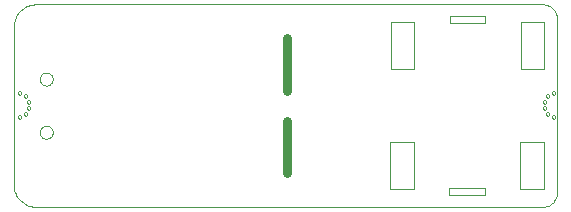
<source format=gko>
G75*
%MOIN*%
%OFA0B0*%
%FSLAX24Y24*%
%IPPOS*%
%LPD*%
%AMOC8*
5,1,8,0,0,1.08239X$1,22.5*
%
%ADD10C,0.0000*%
%ADD11C,0.0300*%
%ADD12C,0.0039*%
D10*
X006773Y003863D02*
X023643Y003863D01*
X023687Y003865D01*
X023730Y003871D01*
X023772Y003880D01*
X023814Y003893D01*
X023854Y003910D01*
X023893Y003930D01*
X023930Y003953D01*
X023964Y003980D01*
X023997Y004009D01*
X024026Y004042D01*
X024053Y004076D01*
X024076Y004113D01*
X024096Y004152D01*
X024113Y004192D01*
X024126Y004234D01*
X024135Y004276D01*
X024141Y004319D01*
X024143Y004363D01*
X024143Y010109D01*
X024141Y010152D01*
X024136Y010196D01*
X024127Y010238D01*
X024114Y010280D01*
X024098Y010320D01*
X024078Y010359D01*
X024055Y010396D01*
X024029Y010431D01*
X024000Y010463D01*
X023968Y010493D01*
X023933Y010520D01*
X023897Y010544D01*
X023858Y010564D01*
X023818Y010581D01*
X023777Y010595D01*
X023734Y010605D01*
X023691Y010611D01*
X023647Y010613D01*
X023648Y010613D02*
X006777Y010613D01*
X006723Y010611D01*
X006670Y010605D01*
X006617Y010596D01*
X006565Y010582D01*
X006514Y010565D01*
X006464Y010545D01*
X006416Y010521D01*
X006369Y010493D01*
X006325Y010463D01*
X006283Y010429D01*
X006244Y010392D01*
X006207Y010353D01*
X006173Y010311D01*
X006143Y010267D01*
X006115Y010220D01*
X006091Y010172D01*
X006071Y010122D01*
X006054Y010071D01*
X006040Y010019D01*
X006031Y009966D01*
X006025Y009913D01*
X006023Y009859D01*
X006023Y004613D01*
X006025Y004559D01*
X006031Y004506D01*
X006040Y004454D01*
X006053Y004402D01*
X006070Y004351D01*
X006091Y004301D01*
X006115Y004254D01*
X006142Y004208D01*
X006173Y004164D01*
X006206Y004122D01*
X006243Y004083D01*
X006282Y004046D01*
X006324Y004013D01*
X006368Y003982D01*
X006414Y003955D01*
X006461Y003931D01*
X006511Y003910D01*
X006562Y003893D01*
X006614Y003880D01*
X006666Y003871D01*
X006719Y003865D01*
X006773Y003863D01*
X006892Y006352D02*
X006894Y006381D01*
X006900Y006409D01*
X006909Y006437D01*
X006922Y006463D01*
X006939Y006486D01*
X006958Y006508D01*
X006980Y006527D01*
X007005Y006542D01*
X007031Y006555D01*
X007059Y006563D01*
X007087Y006568D01*
X007116Y006569D01*
X007145Y006566D01*
X007173Y006559D01*
X007200Y006549D01*
X007226Y006535D01*
X007249Y006518D01*
X007270Y006498D01*
X007288Y006475D01*
X007303Y006450D01*
X007314Y006423D01*
X007322Y006395D01*
X007326Y006366D01*
X007326Y006338D01*
X007322Y006309D01*
X007314Y006281D01*
X007303Y006254D01*
X007288Y006229D01*
X007270Y006206D01*
X007249Y006186D01*
X007226Y006169D01*
X007200Y006155D01*
X007173Y006145D01*
X007145Y006138D01*
X007116Y006135D01*
X007087Y006136D01*
X007059Y006141D01*
X007031Y006149D01*
X007005Y006162D01*
X006980Y006177D01*
X006958Y006196D01*
X006939Y006218D01*
X006922Y006241D01*
X006909Y006267D01*
X006900Y006295D01*
X006894Y006323D01*
X006892Y006352D01*
X006163Y006863D02*
X006165Y006878D01*
X006170Y006892D01*
X006179Y006904D01*
X006191Y006914D01*
X006204Y006920D01*
X006219Y006923D01*
X006234Y006922D01*
X006249Y006917D01*
X006261Y006909D01*
X006272Y006898D01*
X006279Y006885D01*
X006283Y006871D01*
X006283Y006855D01*
X006279Y006841D01*
X006272Y006828D01*
X006261Y006817D01*
X006249Y006809D01*
X006234Y006804D01*
X006219Y006803D01*
X006204Y006806D01*
X006191Y006812D01*
X006179Y006822D01*
X006170Y006834D01*
X006165Y006848D01*
X006163Y006863D01*
X006363Y006963D02*
X006365Y006978D01*
X006370Y006992D01*
X006379Y007004D01*
X006391Y007014D01*
X006404Y007020D01*
X006419Y007023D01*
X006434Y007022D01*
X006449Y007017D01*
X006461Y007009D01*
X006472Y006998D01*
X006479Y006985D01*
X006483Y006971D01*
X006483Y006955D01*
X006479Y006941D01*
X006472Y006928D01*
X006461Y006917D01*
X006449Y006909D01*
X006434Y006904D01*
X006419Y006903D01*
X006404Y006906D01*
X006391Y006912D01*
X006379Y006922D01*
X006370Y006934D01*
X006365Y006948D01*
X006363Y006963D01*
X006463Y007163D02*
X006465Y007178D01*
X006470Y007192D01*
X006479Y007204D01*
X006491Y007214D01*
X006504Y007220D01*
X006519Y007223D01*
X006534Y007222D01*
X006549Y007217D01*
X006561Y007209D01*
X006572Y007198D01*
X006579Y007185D01*
X006583Y007171D01*
X006583Y007155D01*
X006579Y007141D01*
X006572Y007128D01*
X006561Y007117D01*
X006549Y007109D01*
X006534Y007104D01*
X006519Y007103D01*
X006504Y007106D01*
X006491Y007112D01*
X006479Y007122D01*
X006470Y007134D01*
X006465Y007148D01*
X006463Y007163D01*
X006463Y007363D02*
X006465Y007378D01*
X006470Y007392D01*
X006479Y007404D01*
X006491Y007414D01*
X006504Y007420D01*
X006519Y007423D01*
X006534Y007422D01*
X006549Y007417D01*
X006561Y007409D01*
X006572Y007398D01*
X006579Y007385D01*
X006583Y007371D01*
X006583Y007355D01*
X006579Y007341D01*
X006572Y007328D01*
X006561Y007317D01*
X006549Y007309D01*
X006534Y007304D01*
X006519Y007303D01*
X006504Y007306D01*
X006491Y007312D01*
X006479Y007322D01*
X006470Y007334D01*
X006465Y007348D01*
X006463Y007363D01*
X006363Y007563D02*
X006365Y007578D01*
X006370Y007592D01*
X006379Y007604D01*
X006391Y007614D01*
X006404Y007620D01*
X006419Y007623D01*
X006434Y007622D01*
X006449Y007617D01*
X006461Y007609D01*
X006472Y007598D01*
X006479Y007585D01*
X006483Y007571D01*
X006483Y007555D01*
X006479Y007541D01*
X006472Y007528D01*
X006461Y007517D01*
X006449Y007509D01*
X006434Y007504D01*
X006419Y007503D01*
X006404Y007506D01*
X006391Y007512D01*
X006379Y007522D01*
X006370Y007534D01*
X006365Y007548D01*
X006363Y007563D01*
X006163Y007663D02*
X006165Y007678D01*
X006170Y007692D01*
X006179Y007704D01*
X006191Y007714D01*
X006204Y007720D01*
X006219Y007723D01*
X006234Y007722D01*
X006249Y007717D01*
X006261Y007709D01*
X006272Y007698D01*
X006279Y007685D01*
X006283Y007671D01*
X006283Y007655D01*
X006279Y007641D01*
X006272Y007628D01*
X006261Y007617D01*
X006249Y007609D01*
X006234Y007604D01*
X006219Y007603D01*
X006204Y007606D01*
X006191Y007612D01*
X006179Y007622D01*
X006170Y007634D01*
X006165Y007648D01*
X006163Y007663D01*
X006892Y008124D02*
X006894Y008153D01*
X006900Y008181D01*
X006909Y008209D01*
X006922Y008235D01*
X006939Y008258D01*
X006958Y008280D01*
X006980Y008299D01*
X007005Y008314D01*
X007031Y008327D01*
X007059Y008335D01*
X007087Y008340D01*
X007116Y008341D01*
X007145Y008338D01*
X007173Y008331D01*
X007200Y008321D01*
X007226Y008307D01*
X007249Y008290D01*
X007270Y008270D01*
X007288Y008247D01*
X007303Y008222D01*
X007314Y008195D01*
X007322Y008167D01*
X007326Y008138D01*
X007326Y008110D01*
X007322Y008081D01*
X007314Y008053D01*
X007303Y008026D01*
X007288Y008001D01*
X007270Y007978D01*
X007249Y007958D01*
X007226Y007941D01*
X007200Y007927D01*
X007173Y007917D01*
X007145Y007910D01*
X007116Y007907D01*
X007087Y007908D01*
X007059Y007913D01*
X007031Y007921D01*
X007005Y007934D01*
X006980Y007949D01*
X006958Y007968D01*
X006939Y007990D01*
X006922Y008013D01*
X006909Y008039D01*
X006900Y008067D01*
X006894Y008095D01*
X006892Y008124D01*
X023663Y007363D02*
X023665Y007378D01*
X023670Y007392D01*
X023679Y007404D01*
X023691Y007414D01*
X023704Y007420D01*
X023719Y007423D01*
X023734Y007422D01*
X023749Y007417D01*
X023761Y007409D01*
X023772Y007398D01*
X023779Y007385D01*
X023783Y007371D01*
X023783Y007355D01*
X023779Y007341D01*
X023772Y007328D01*
X023761Y007317D01*
X023749Y007309D01*
X023734Y007304D01*
X023719Y007303D01*
X023704Y007306D01*
X023691Y007312D01*
X023679Y007322D01*
X023670Y007334D01*
X023665Y007348D01*
X023663Y007363D01*
X023663Y007163D02*
X023665Y007178D01*
X023670Y007192D01*
X023679Y007204D01*
X023691Y007214D01*
X023704Y007220D01*
X023719Y007223D01*
X023734Y007222D01*
X023749Y007217D01*
X023761Y007209D01*
X023772Y007198D01*
X023779Y007185D01*
X023783Y007171D01*
X023783Y007155D01*
X023779Y007141D01*
X023772Y007128D01*
X023761Y007117D01*
X023749Y007109D01*
X023734Y007104D01*
X023719Y007103D01*
X023704Y007106D01*
X023691Y007112D01*
X023679Y007122D01*
X023670Y007134D01*
X023665Y007148D01*
X023663Y007163D01*
X023763Y006963D02*
X023765Y006978D01*
X023770Y006992D01*
X023779Y007004D01*
X023791Y007014D01*
X023804Y007020D01*
X023819Y007023D01*
X023834Y007022D01*
X023849Y007017D01*
X023861Y007009D01*
X023872Y006998D01*
X023879Y006985D01*
X023883Y006971D01*
X023883Y006955D01*
X023879Y006941D01*
X023872Y006928D01*
X023861Y006917D01*
X023849Y006909D01*
X023834Y006904D01*
X023819Y006903D01*
X023804Y006906D01*
X023791Y006912D01*
X023779Y006922D01*
X023770Y006934D01*
X023765Y006948D01*
X023763Y006963D01*
X023963Y006863D02*
X023965Y006878D01*
X023970Y006892D01*
X023979Y006904D01*
X023991Y006914D01*
X024004Y006920D01*
X024019Y006923D01*
X024034Y006922D01*
X024049Y006917D01*
X024061Y006909D01*
X024072Y006898D01*
X024079Y006885D01*
X024083Y006871D01*
X024083Y006855D01*
X024079Y006841D01*
X024072Y006828D01*
X024061Y006817D01*
X024049Y006809D01*
X024034Y006804D01*
X024019Y006803D01*
X024004Y006806D01*
X023991Y006812D01*
X023979Y006822D01*
X023970Y006834D01*
X023965Y006848D01*
X023963Y006863D01*
X023763Y007563D02*
X023765Y007578D01*
X023770Y007592D01*
X023779Y007604D01*
X023791Y007614D01*
X023804Y007620D01*
X023819Y007623D01*
X023834Y007622D01*
X023849Y007617D01*
X023861Y007609D01*
X023872Y007598D01*
X023879Y007585D01*
X023883Y007571D01*
X023883Y007555D01*
X023879Y007541D01*
X023872Y007528D01*
X023861Y007517D01*
X023849Y007509D01*
X023834Y007504D01*
X023819Y007503D01*
X023804Y007506D01*
X023791Y007512D01*
X023779Y007522D01*
X023770Y007534D01*
X023765Y007548D01*
X023763Y007563D01*
X023963Y007663D02*
X023965Y007678D01*
X023970Y007692D01*
X023979Y007704D01*
X023991Y007714D01*
X024004Y007720D01*
X024019Y007723D01*
X024034Y007722D01*
X024049Y007717D01*
X024061Y007709D01*
X024072Y007698D01*
X024079Y007685D01*
X024083Y007671D01*
X024083Y007655D01*
X024079Y007641D01*
X024072Y007628D01*
X024061Y007617D01*
X024049Y007609D01*
X024034Y007604D01*
X024019Y007603D01*
X024004Y007606D01*
X023991Y007612D01*
X023979Y007622D01*
X023970Y007634D01*
X023965Y007648D01*
X023963Y007663D01*
D11*
X015148Y007738D02*
X015148Y009488D01*
X015148Y006738D02*
X015148Y004988D01*
D12*
X018585Y004450D02*
X019372Y004450D01*
X019372Y006025D01*
X018585Y006025D01*
X018585Y004450D01*
X020553Y004490D02*
X020553Y004254D01*
X021734Y004254D01*
X021734Y004490D01*
X020553Y004490D01*
X022916Y004450D02*
X023703Y004450D01*
X023703Y006025D01*
X022916Y006025D01*
X022916Y004450D01*
X022923Y008450D02*
X022923Y010025D01*
X023711Y010025D01*
X023711Y008450D01*
X022923Y008450D01*
X021742Y009986D02*
X020561Y009986D01*
X020561Y010222D01*
X021742Y010222D01*
X021742Y009986D01*
X019380Y010025D02*
X018593Y010025D01*
X018593Y008450D01*
X019380Y008450D01*
X019380Y010025D01*
M02*

</source>
